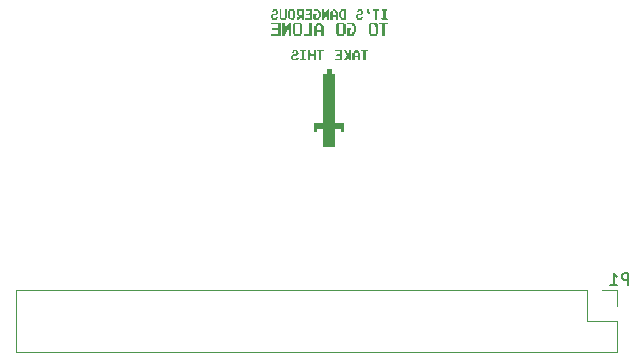
<source format=gbo>
G04 #@! TF.GenerationSoftware,KiCad,Pcbnew,(6.0.4)*
G04 #@! TF.CreationDate,2022-04-28T11:38:27-07:00*
G04 #@! TF.ProjectId,Lec18-PCB_kicad,4c656331-382d-4504-9342-5f6b69636164,rev?*
G04 #@! TF.SameCoordinates,Original*
G04 #@! TF.FileFunction,Legend,Bot*
G04 #@! TF.FilePolarity,Positive*
%FSLAX46Y46*%
G04 Gerber Fmt 4.6, Leading zero omitted, Abs format (unit mm)*
G04 Created by KiCad (PCBNEW (6.0.4)) date 2022-04-28 11:38:27*
%MOMM*%
%LPD*%
G01*
G04 APERTURE LIST*
%ADD10C,0.150000*%
%ADD11C,0.120000*%
G04 APERTURE END LIST*
D10*
X149430095Y-91524380D02*
X149430095Y-90524380D01*
X149049142Y-90524380D01*
X148953904Y-90572000D01*
X148906285Y-90619619D01*
X148858666Y-90714857D01*
X148858666Y-90857714D01*
X148906285Y-90952952D01*
X148953904Y-91000571D01*
X149049142Y-91048190D01*
X149430095Y-91048190D01*
X147906285Y-91524380D02*
X148477714Y-91524380D01*
X148192000Y-91524380D02*
X148192000Y-90524380D01*
X148287238Y-90667238D01*
X148382476Y-90762476D01*
X148477714Y-90810095D01*
D11*
X97590000Y-97150000D02*
X97590000Y-91950000D01*
X148510000Y-97150000D02*
X97590000Y-97150000D01*
X148510000Y-94550000D02*
X145910000Y-94550000D01*
X148510000Y-97150000D02*
X148510000Y-94550000D01*
X148510000Y-93280000D02*
X148510000Y-91950000D01*
X145910000Y-91950000D02*
X97590000Y-91950000D01*
X145910000Y-94550000D02*
X145910000Y-91950000D01*
X148510000Y-91950000D02*
X147180000Y-91950000D01*
G36*
X127361059Y-71647259D02*
G01*
X127356642Y-71694902D01*
X127333486Y-71715267D01*
X127277032Y-71719282D01*
X127193006Y-71719282D01*
X127193006Y-72487523D01*
X127000945Y-72487523D01*
X127000945Y-71719282D01*
X126904915Y-71719282D01*
X126884295Y-71719168D01*
X126833227Y-71713970D01*
X126812677Y-71693440D01*
X126808885Y-71647259D01*
X126808885Y-71575236D01*
X127361059Y-71575236D01*
X127361059Y-71647259D01*
G37*
G36*
X128819132Y-68166206D02*
G01*
X128921280Y-68167331D01*
X128986326Y-68171082D01*
X129022543Y-68178916D01*
X129038206Y-68192288D01*
X129041588Y-68212656D01*
X129040930Y-68222902D01*
X129020486Y-68253161D01*
X128963563Y-68266673D01*
X128885539Y-68274196D01*
X128878840Y-68592297D01*
X128872141Y-68910397D01*
X128956865Y-68910397D01*
X129007362Y-68913291D01*
X129035380Y-68929948D01*
X129041588Y-68970416D01*
X129041588Y-69030435D01*
X128777505Y-69030435D01*
X128687877Y-69030307D01*
X128602784Y-69028794D01*
X128551151Y-69024047D01*
X128524618Y-69014213D01*
X128514828Y-68997436D01*
X128513422Y-68971865D01*
X128518141Y-68936847D01*
X128543594Y-68915313D01*
X128603450Y-68905844D01*
X128693478Y-68898393D01*
X128693478Y-68274196D01*
X128603450Y-68266745D01*
X128565390Y-68262101D01*
X128524475Y-68245507D01*
X128513422Y-68212728D01*
X128513673Y-68205317D01*
X128520073Y-68187330D01*
X128541380Y-68175880D01*
X128585871Y-68169509D01*
X128661821Y-68166756D01*
X128777505Y-68166162D01*
X128819132Y-68166206D01*
G37*
G36*
X120062760Y-68910397D02*
G01*
X120350851Y-68910397D01*
X120350851Y-68166162D01*
X120518904Y-68166162D01*
X120518904Y-68538280D01*
X120518843Y-68617064D01*
X120518038Y-68735937D01*
X120515565Y-68817458D01*
X120510520Y-68868646D01*
X120501995Y-68896520D01*
X120489087Y-68908097D01*
X120470889Y-68910397D01*
X120434127Y-68923351D01*
X120422873Y-68970416D01*
X120422863Y-68975711D01*
X120420243Y-69002255D01*
X120406567Y-69018434D01*
X120372596Y-69026812D01*
X120309088Y-69029957D01*
X120206805Y-69030435D01*
X120114422Y-69029903D01*
X120046542Y-69026749D01*
X120009420Y-69018833D01*
X119993878Y-69004019D01*
X119990737Y-68980172D01*
X119983365Y-68949528D01*
X119942722Y-68917353D01*
X119934621Y-68914915D01*
X119918605Y-68904876D01*
X119907557Y-68883278D01*
X119900560Y-68842830D01*
X119896697Y-68776242D01*
X119895052Y-68676222D01*
X119894707Y-68535480D01*
X119894707Y-68166162D01*
X120062760Y-68166162D01*
X120062760Y-68910397D01*
G37*
G36*
X119562533Y-68166271D02*
G01*
X119638847Y-68168490D01*
X119680964Y-68175726D01*
X119698894Y-68190773D01*
X119702647Y-68216425D01*
X119710019Y-68247069D01*
X119750662Y-68279244D01*
X119753128Y-68279916D01*
X119781659Y-68297033D01*
X119795229Y-68335714D01*
X119798677Y-68409038D01*
X119798529Y-68432282D01*
X119794059Y-68492432D01*
X119779728Y-68519798D01*
X119750662Y-68526276D01*
X119713900Y-68539230D01*
X119702647Y-68586295D01*
X119701985Y-68607375D01*
X119693758Y-68629468D01*
X119667859Y-68641074D01*
X119614174Y-68645566D01*
X119522590Y-68646314D01*
X119342533Y-68646314D01*
X119342533Y-68910397D01*
X119486579Y-68910397D01*
X119491627Y-68910396D01*
X119569350Y-68908952D01*
X119610908Y-68901600D01*
X119627574Y-68883641D01*
X119630624Y-68850378D01*
X119634564Y-68815022D01*
X119657827Y-68794843D01*
X119714650Y-68790359D01*
X119764148Y-68793173D01*
X119792399Y-68809790D01*
X119798677Y-68850378D01*
X119788313Y-68896330D01*
X119750662Y-68910397D01*
X119713900Y-68923351D01*
X119702647Y-68970416D01*
X119702636Y-68975711D01*
X119700016Y-69002255D01*
X119686341Y-69018434D01*
X119652369Y-69026812D01*
X119588861Y-69029957D01*
X119486579Y-69030435D01*
X119467517Y-69030432D01*
X119371956Y-69029704D01*
X119313714Y-69025905D01*
X119283552Y-69016469D01*
X119272231Y-68998828D01*
X119270511Y-68970416D01*
X119260147Y-68924464D01*
X119222495Y-68910397D01*
X119212976Y-68910035D01*
X119188341Y-68899121D01*
X119177133Y-68864128D01*
X119174480Y-68793159D01*
X119174491Y-68787134D01*
X119178446Y-68716437D01*
X119192834Y-68679541D01*
X119222495Y-68663365D01*
X119254455Y-68644279D01*
X119270511Y-68588542D01*
X119271239Y-68564838D01*
X119279660Y-68542772D01*
X119305841Y-68531299D01*
X119359867Y-68526954D01*
X119451822Y-68526276D01*
X119633133Y-68526276D01*
X119625877Y-68400236D01*
X119618620Y-68274196D01*
X119534594Y-68274196D01*
X119484982Y-68277202D01*
X119454412Y-68295396D01*
X119442971Y-68340217D01*
X119435161Y-68377743D01*
X119409906Y-68401053D01*
X119352942Y-68406238D01*
X119305753Y-68403607D01*
X119276954Y-68387089D01*
X119270511Y-68346219D01*
X119277559Y-68307070D01*
X119306522Y-68286200D01*
X119330011Y-68274453D01*
X119342533Y-68226181D01*
X119343195Y-68205101D01*
X119351422Y-68183008D01*
X119377321Y-68171402D01*
X119431006Y-68166910D01*
X119522590Y-68166162D01*
X119562533Y-68166271D01*
G37*
G36*
X123639887Y-71647259D02*
G01*
X123639735Y-71662724D01*
X123632805Y-71701025D01*
X123605432Y-71716437D01*
X123543856Y-71719282D01*
X123447826Y-71719282D01*
X123447826Y-72487523D01*
X123279773Y-72487523D01*
X123279773Y-71719282D01*
X123183743Y-71719282D01*
X123163122Y-71719168D01*
X123112055Y-71713970D01*
X123091505Y-71693440D01*
X123087713Y-71647259D01*
X123087713Y-71575236D01*
X123639887Y-71575236D01*
X123639887Y-71647259D01*
G37*
G36*
X121407184Y-71647259D02*
G01*
X121407679Y-71665851D01*
X121420053Y-71707963D01*
X121455199Y-71719282D01*
X121464718Y-71719643D01*
X121489353Y-71730557D01*
X121500561Y-71765550D01*
X121503214Y-71836519D01*
X121503203Y-71842544D01*
X121499248Y-71913241D01*
X121484860Y-71950138D01*
X121455199Y-71966313D01*
X121423239Y-71985399D01*
X121407184Y-72041136D01*
X121406001Y-72068622D01*
X121396003Y-72088605D01*
X121367391Y-72098944D01*
X121310364Y-72102817D01*
X121215123Y-72103403D01*
X121023063Y-72103403D01*
X121023063Y-72367486D01*
X121167108Y-72367486D01*
X121172157Y-72367484D01*
X121249880Y-72366041D01*
X121291437Y-72358689D01*
X121308103Y-72340730D01*
X121311153Y-72307467D01*
X121311188Y-72302240D01*
X121317814Y-72266176D01*
X121345313Y-72250724D01*
X121407184Y-72247448D01*
X121415546Y-72247469D01*
X121473249Y-72251611D01*
X121497972Y-72268798D01*
X121503214Y-72307467D01*
X121492850Y-72353419D01*
X121455199Y-72367486D01*
X121418437Y-72380440D01*
X121407184Y-72427505D01*
X121407126Y-72437657D01*
X121403590Y-72461920D01*
X121388014Y-72476672D01*
X121351405Y-72484278D01*
X121284769Y-72487107D01*
X121179112Y-72487523D01*
X121140533Y-72487508D01*
X121048332Y-72486578D01*
X120992276Y-72482479D01*
X120963371Y-72472845D01*
X120952624Y-72455309D01*
X120951040Y-72427505D01*
X120940676Y-72381552D01*
X120903025Y-72367486D01*
X120886180Y-72366077D01*
X120866104Y-72351502D01*
X120857094Y-72311751D01*
X120855010Y-72235444D01*
X120855522Y-72189120D01*
X120860822Y-72133913D01*
X120875277Y-72109134D01*
X120903025Y-72103403D01*
X120939786Y-72090448D01*
X120951040Y-72043384D01*
X120951702Y-72022303D01*
X120959929Y-72000210D01*
X120985828Y-71988604D01*
X121039512Y-71984113D01*
X121131097Y-71983365D01*
X121311153Y-71983365D01*
X121311153Y-71719282D01*
X121215123Y-71719282D01*
X121206760Y-71719303D01*
X121149057Y-71723444D01*
X121124334Y-71740631D01*
X121119093Y-71779300D01*
X121115153Y-71814656D01*
X121091890Y-71834835D01*
X121035066Y-71839319D01*
X120987574Y-71836764D01*
X120957850Y-71820902D01*
X120951040Y-71782100D01*
X120958720Y-71744441D01*
X120999055Y-71712325D01*
X121031014Y-71693240D01*
X121047070Y-71637503D01*
X121047753Y-71614282D01*
X121055994Y-71591950D01*
X121081890Y-71580331D01*
X121135561Y-71575927D01*
X121227127Y-71575236D01*
X121407184Y-71575236D01*
X121407184Y-71647259D01*
G37*
G36*
X128238412Y-70093212D02*
G01*
X128234148Y-70165640D01*
X128227527Y-70210679D01*
X128217529Y-70235232D01*
X128203133Y-70246201D01*
X128183318Y-70250488D01*
X128172010Y-70252550D01*
X128138325Y-70274847D01*
X128129301Y-70328513D01*
X128129301Y-70398866D01*
X127553119Y-70398866D01*
X127553119Y-70328513D01*
X127552769Y-70313736D01*
X127539323Y-70267954D01*
X127509078Y-70254820D01*
X127673157Y-70254820D01*
X127841963Y-70254820D01*
X127922807Y-70252672D01*
X127993744Y-70242600D01*
X128022672Y-70223803D01*
X128024783Y-70211425D01*
X128027797Y-70156032D01*
X128029404Y-70066538D01*
X128029485Y-69952051D01*
X128027921Y-69821676D01*
X128021267Y-69450567D01*
X127847212Y-69443513D01*
X127673157Y-69436460D01*
X127673157Y-70254820D01*
X127509078Y-70254820D01*
X127499102Y-70250488D01*
X127479497Y-70246280D01*
X127465040Y-70235436D01*
X127454994Y-70211093D01*
X127448338Y-70166350D01*
X127444051Y-70094303D01*
X127441113Y-69988050D01*
X127438503Y-69840690D01*
X127431920Y-69438563D01*
X127492520Y-69438563D01*
X127519224Y-69436811D01*
X127546693Y-69417980D01*
X127553119Y-69366541D01*
X127553119Y-69294518D01*
X128129301Y-69294518D01*
X128129301Y-69366541D01*
X128130775Y-69398279D01*
X128146619Y-69430926D01*
X128189900Y-69438563D01*
X128250499Y-69438563D01*
X128243917Y-69840690D01*
X128241948Y-69952051D01*
X128241339Y-69986494D01*
X128238412Y-70093212D01*
G37*
G36*
X122516562Y-71773299D02*
G01*
X122523535Y-71971361D01*
X122811626Y-71971361D01*
X122818599Y-71773299D01*
X122825571Y-71575236D01*
X122991683Y-71575236D01*
X122991683Y-72487523D01*
X122825649Y-72487523D01*
X122818638Y-72301465D01*
X122811626Y-72115406D01*
X122661579Y-72108259D01*
X122511531Y-72101111D01*
X122511531Y-72487523D01*
X122343478Y-72487523D01*
X122343478Y-71575236D01*
X122509589Y-71575236D01*
X122516562Y-71773299D01*
G37*
G36*
X123018257Y-68166178D02*
G01*
X123110459Y-68167108D01*
X123166515Y-68171207D01*
X123195419Y-68180841D01*
X123206167Y-68198377D01*
X123207751Y-68226181D01*
X123218114Y-68272133D01*
X123255766Y-68286200D01*
X123292527Y-68299155D01*
X123303781Y-68346219D01*
X123314144Y-68392171D01*
X123351796Y-68406238D01*
X123359394Y-68406448D01*
X123381149Y-68413795D01*
X123393326Y-68439071D01*
X123398642Y-68492297D01*
X123399811Y-68583495D01*
X123399797Y-68596425D01*
X123397976Y-68683859D01*
X123391182Y-68735315D01*
X123376695Y-68761547D01*
X123351796Y-68773308D01*
X123319837Y-68792393D01*
X123303781Y-68848130D01*
X123303777Y-68849544D01*
X123292917Y-68896911D01*
X123255766Y-68910397D01*
X123218652Y-68923801D01*
X123207751Y-68971317D01*
X123207751Y-69032236D01*
X122985681Y-69025334D01*
X122763611Y-69018431D01*
X122763611Y-68538280D01*
X122895652Y-68538280D01*
X122947671Y-68538942D01*
X123000802Y-68544916D01*
X123025921Y-68561110D01*
X123035366Y-68592297D01*
X123035452Y-68592914D01*
X123030621Y-68634839D01*
X122993352Y-68646314D01*
X122974544Y-68647883D01*
X122954513Y-68662547D01*
X122945659Y-68702213D01*
X122943667Y-68778355D01*
X122943667Y-68910397D01*
X123039698Y-68910397D01*
X123048061Y-68910375D01*
X123105763Y-68906234D01*
X123130486Y-68889047D01*
X123135728Y-68850378D01*
X123142776Y-68811229D01*
X123171739Y-68790359D01*
X123187690Y-68784245D01*
X123199900Y-68755983D01*
X123206054Y-68696843D01*
X123207751Y-68598299D01*
X123206868Y-68523831D01*
X123201868Y-68453131D01*
X123191171Y-68416618D01*
X123173334Y-68406238D01*
X123148029Y-68389595D01*
X123131321Y-68340217D01*
X123127411Y-68314050D01*
X123115691Y-68290957D01*
X123087068Y-68278054D01*
X123031181Y-68271432D01*
X122937666Y-68267185D01*
X122906844Y-68265950D01*
X122824365Y-68260720D01*
X122777472Y-68252058D01*
X122756455Y-68237147D01*
X122751607Y-68213168D01*
X122754532Y-68192937D01*
X122769906Y-68178476D01*
X122806632Y-68170414D01*
X122873595Y-68166920D01*
X122979679Y-68166162D01*
X123018257Y-68166178D01*
G37*
G36*
X125968620Y-72487523D02*
G01*
X125803076Y-72487523D01*
X125795820Y-72361484D01*
X125793843Y-72331400D01*
X125785457Y-72270486D01*
X125769360Y-72242303D01*
X125740548Y-72235444D01*
X125702422Y-72249974D01*
X125684937Y-72301465D01*
X125671098Y-72346334D01*
X125642923Y-72367486D01*
X125620497Y-72379996D01*
X125608507Y-72427505D01*
X125608504Y-72429608D01*
X125605040Y-72461993D01*
X125587394Y-72479308D01*
X125544293Y-72486253D01*
X125464461Y-72487523D01*
X125459412Y-72487522D01*
X125381690Y-72486079D01*
X125340132Y-72478727D01*
X125323466Y-72460768D01*
X125320416Y-72427505D01*
X125330779Y-72381552D01*
X125368431Y-72367486D01*
X125405193Y-72354531D01*
X125416446Y-72307467D01*
X125426810Y-72261515D01*
X125464461Y-72247448D01*
X125476856Y-72246705D01*
X125504931Y-72228144D01*
X125512477Y-72175425D01*
X125512972Y-72156833D01*
X125525346Y-72114721D01*
X125560492Y-72103403D01*
X125561582Y-72103397D01*
X125598107Y-72089315D01*
X125608507Y-72041136D01*
X125600234Y-71997528D01*
X125560492Y-71966313D01*
X125530575Y-71949338D01*
X125512477Y-71896538D01*
X125502744Y-71854136D01*
X125464461Y-71839319D01*
X125427700Y-71826365D01*
X125416446Y-71779300D01*
X125406083Y-71733348D01*
X125368431Y-71719282D01*
X125354681Y-71718347D01*
X125327635Y-71699174D01*
X125320416Y-71645810D01*
X125320492Y-71632653D01*
X125326330Y-71591955D01*
X125351612Y-71577783D01*
X125410444Y-71579789D01*
X125464786Y-71587687D01*
X125496315Y-71608688D01*
X125508069Y-71653261D01*
X125523587Y-71702222D01*
X125562086Y-71719282D01*
X125596954Y-71731920D01*
X125608507Y-71779300D01*
X125615681Y-71818410D01*
X125642923Y-71839319D01*
X125668229Y-71855963D01*
X125684937Y-71905340D01*
X125701271Y-71955466D01*
X125740548Y-71971361D01*
X125753513Y-71970516D01*
X125772675Y-71960064D01*
X125784312Y-71930028D01*
X125791055Y-71870931D01*
X125795536Y-71773299D01*
X125802509Y-71575236D01*
X125968620Y-71575236D01*
X125968620Y-72487523D01*
G37*
G36*
X122607562Y-70398866D02*
G01*
X121935350Y-70398866D01*
X121935350Y-70254820D01*
X122391494Y-70254820D01*
X122391494Y-69294518D01*
X122607562Y-69294518D01*
X122607562Y-70398866D01*
G37*
G36*
X121701734Y-70275370D02*
G01*
X121695274Y-70326843D01*
X121695274Y-70398866D01*
X121119093Y-70398866D01*
X121119093Y-70328513D01*
X121118742Y-70313736D01*
X121105296Y-70267954D01*
X121075052Y-70254820D01*
X121239131Y-70254820D01*
X121599244Y-70254820D01*
X121599244Y-69438563D01*
X121239131Y-69438563D01*
X121239131Y-70254820D01*
X121075052Y-70254820D01*
X121065076Y-70250488D01*
X121045659Y-70246480D01*
X121031209Y-70236108D01*
X121021473Y-70212508D01*
X121015520Y-70168725D01*
X121012421Y-70097799D01*
X121011244Y-69992774D01*
X121011059Y-69846692D01*
X121011229Y-69704279D01*
X121012364Y-69598147D01*
X121015393Y-69526320D01*
X121021249Y-69481839D01*
X121030860Y-69457746D01*
X121045159Y-69447084D01*
X121065076Y-69442895D01*
X121076383Y-69440833D01*
X121110068Y-69418536D01*
X121119093Y-69364871D01*
X121119093Y-69294518D01*
X121695274Y-69294518D01*
X121695274Y-69366541D01*
X121696708Y-69397860D01*
X121712399Y-69430812D01*
X121755293Y-69438563D01*
X121815312Y-69438563D01*
X121815312Y-70254820D01*
X121755293Y-70254820D01*
X121729193Y-70256540D01*
X121701734Y-70275370D01*
G37*
G36*
X126712855Y-72487523D02*
G01*
X126547311Y-72487523D01*
X126540054Y-72361484D01*
X126532798Y-72235444D01*
X126394754Y-72228244D01*
X126256711Y-72221044D01*
X126256711Y-72487523D01*
X126064650Y-72487523D01*
X126064650Y-72163421D01*
X126064651Y-72157095D01*
X126064827Y-72103403D01*
X126256711Y-72103403D01*
X126544802Y-72103403D01*
X126544802Y-71971361D01*
X126544290Y-71925037D01*
X126538989Y-71869830D01*
X126524534Y-71845051D01*
X126496787Y-71839319D01*
X126460025Y-71826365D01*
X126448771Y-71779300D01*
X126438408Y-71733348D01*
X126400756Y-71719282D01*
X126363995Y-71732236D01*
X126352741Y-71779300D01*
X126342378Y-71825253D01*
X126304726Y-71839319D01*
X126287881Y-71840728D01*
X126267806Y-71855303D01*
X126258795Y-71895054D01*
X126256711Y-71971361D01*
X126256711Y-72103403D01*
X126064827Y-72103403D01*
X126065071Y-72028698D01*
X126067041Y-71940491D01*
X126071672Y-71884961D01*
X126080078Y-71854597D01*
X126093372Y-71841887D01*
X126112666Y-71839319D01*
X126149427Y-71826365D01*
X126160681Y-71779300D01*
X126171044Y-71733348D01*
X126208696Y-71719282D01*
X126221090Y-71718539D01*
X126249165Y-71699977D01*
X126256711Y-71647259D01*
X126256711Y-71646157D01*
X126259064Y-71605460D01*
X126273976Y-71584371D01*
X126313266Y-71576446D01*
X126388753Y-71575236D01*
X126457151Y-71576286D01*
X126500357Y-71583309D01*
X126517647Y-71601864D01*
X126520794Y-71637503D01*
X126529067Y-71681111D01*
X126568809Y-71712325D01*
X126598726Y-71729301D01*
X126616824Y-71782100D01*
X126626556Y-71824502D01*
X126664839Y-71839319D01*
X126665777Y-71839322D01*
X126684798Y-71842161D01*
X126697866Y-71855456D01*
X126706093Y-71886718D01*
X126710591Y-71943458D01*
X126712474Y-72033189D01*
X126712679Y-72103403D01*
X126712855Y-72163421D01*
X126712855Y-72487523D01*
G37*
G36*
X125224386Y-72487523D02*
G01*
X124576182Y-72487523D01*
X124576182Y-72367486D01*
X125056333Y-72367486D01*
X125056333Y-72103403D01*
X124864272Y-72103403D01*
X124785193Y-72103048D01*
X124721073Y-72099981D01*
X124687399Y-72091189D01*
X124674376Y-72073663D01*
X124672212Y-72044393D01*
X124673055Y-72023419D01*
X124682127Y-72001697D01*
X124709398Y-71989299D01*
X124764801Y-71982699D01*
X124858270Y-71978373D01*
X125044329Y-71971361D01*
X125051586Y-71845321D01*
X125058842Y-71719282D01*
X124576182Y-71719282D01*
X124576182Y-71575236D01*
X125224386Y-71575236D01*
X125224386Y-72487523D01*
G37*
G36*
X122151418Y-71647259D02*
G01*
X122151266Y-71662724D01*
X122144336Y-71701025D01*
X122116963Y-71716437D01*
X122055388Y-71719282D01*
X121959357Y-71719282D01*
X121959357Y-72367486D01*
X122055388Y-72367486D01*
X122063751Y-72367507D01*
X122121453Y-72371648D01*
X122146176Y-72388835D01*
X122151418Y-72427505D01*
X122151418Y-72487523D01*
X121599244Y-72487523D01*
X121599244Y-72427505D01*
X121599278Y-72422278D01*
X121605904Y-72386214D01*
X121633404Y-72370762D01*
X121695274Y-72367486D01*
X121791304Y-72367486D01*
X121791304Y-71719282D01*
X121695274Y-71719282D01*
X121674654Y-71719168D01*
X121623586Y-71713970D01*
X121603036Y-71693440D01*
X121599244Y-71647259D01*
X121599244Y-71575236D01*
X122151418Y-71575236D01*
X122151418Y-71647259D01*
G37*
G36*
X124840265Y-69030435D02*
G01*
X124650714Y-69030435D01*
X124643457Y-68904395D01*
X124636201Y-68778355D01*
X124510161Y-68771099D01*
X124384121Y-68763842D01*
X124384121Y-69030435D01*
X124192061Y-69030435D01*
X124192061Y-68718336D01*
X124192194Y-68670321D01*
X124384121Y-68670321D01*
X124648204Y-68670321D01*
X124648204Y-68538280D01*
X124645582Y-68465756D01*
X124634832Y-68419767D01*
X124613788Y-68406238D01*
X124588482Y-68389595D01*
X124571774Y-68340217D01*
X124555440Y-68290092D01*
X124516163Y-68274196D01*
X124478036Y-68288726D01*
X124460551Y-68340217D01*
X124446712Y-68385086D01*
X124418538Y-68406238D01*
X124399635Y-68416300D01*
X124387648Y-68457543D01*
X124384121Y-68538280D01*
X124384121Y-68670321D01*
X124192194Y-68670321D01*
X124192389Y-68599946D01*
X124194216Y-68509806D01*
X124198721Y-68453018D01*
X124207081Y-68421928D01*
X124220474Y-68408885D01*
X124240076Y-68406238D01*
X124276837Y-68393284D01*
X124288091Y-68346219D01*
X124298454Y-68300267D01*
X124336106Y-68286200D01*
X124372868Y-68273246D01*
X124384121Y-68226181D01*
X124386284Y-68196207D01*
X124401164Y-68175955D01*
X124440540Y-68167720D01*
X124516163Y-68166162D01*
X124582107Y-68167146D01*
X124626661Y-68173909D01*
X124644777Y-68191807D01*
X124648204Y-68226181D01*
X124658568Y-68272133D01*
X124696219Y-68286200D01*
X124732981Y-68299155D01*
X124744235Y-68346219D01*
X124754598Y-68392171D01*
X124792250Y-68406238D01*
X124810464Y-68408370D01*
X124824331Y-68420248D01*
X124833068Y-68449532D01*
X124837851Y-68503873D01*
X124839858Y-68590924D01*
X124840112Y-68670321D01*
X124840265Y-68718336D01*
X124840265Y-69030435D01*
G37*
G36*
X123663894Y-68346219D02*
G01*
X123663970Y-68378631D01*
X123666043Y-68458151D01*
X123672956Y-68502632D01*
X123687360Y-68522023D01*
X123711909Y-68526276D01*
X123747491Y-68514678D01*
X123759925Y-68469057D01*
X123767604Y-68431397D01*
X123807940Y-68399282D01*
X123835371Y-68384391D01*
X123855955Y-68336463D01*
X123862692Y-68306427D01*
X123891966Y-68286200D01*
X123915456Y-68274453D01*
X123927977Y-68226181D01*
X123928012Y-68220955D01*
X123934638Y-68184890D01*
X123962137Y-68169438D01*
X124024008Y-68166162D01*
X124120038Y-68166162D01*
X124120038Y-69030435D01*
X123927977Y-69030435D01*
X123927977Y-68836614D01*
X123927878Y-68799377D01*
X123925801Y-68717224D01*
X123919477Y-68671064D01*
X123906875Y-68651916D01*
X123885964Y-68650800D01*
X123859704Y-68665522D01*
X123836600Y-68710132D01*
X123823450Y-68742438D01*
X123782583Y-68773660D01*
X123752298Y-68791942D01*
X123735917Y-68848130D01*
X123728795Y-68889408D01*
X123699906Y-68910397D01*
X123676416Y-68922144D01*
X123663894Y-68970416D01*
X123663860Y-68975643D01*
X123657234Y-69011707D01*
X123629735Y-69027159D01*
X123567864Y-69030435D01*
X123471834Y-69030435D01*
X123471834Y-68166162D01*
X123663894Y-68166162D01*
X123663894Y-68346219D01*
G37*
G36*
X121143100Y-68971317D02*
G01*
X121143100Y-69032236D01*
X120921030Y-69025334D01*
X120820201Y-69021539D01*
X120752981Y-69015943D01*
X120715359Y-69006219D01*
X120697930Y-68989874D01*
X120691289Y-68964414D01*
X120679028Y-68930833D01*
X120649276Y-68910397D01*
X120781593Y-68910397D01*
X121072471Y-68910397D01*
X121065773Y-68592297D01*
X121059074Y-68274196D01*
X120794991Y-68274196D01*
X120788292Y-68592297D01*
X120781593Y-68910397D01*
X120649276Y-68910397D01*
X120635274Y-68902850D01*
X120625244Y-68874722D01*
X120619014Y-68819154D01*
X120615828Y-68729296D01*
X120614934Y-68598299D01*
X120614946Y-68578458D01*
X120615987Y-68454306D01*
X120619287Y-68370106D01*
X120625668Y-68318757D01*
X120635947Y-68293156D01*
X120650945Y-68286200D01*
X120674435Y-68274453D01*
X120686957Y-68226181D01*
X120687014Y-68216029D01*
X120690550Y-68191766D01*
X120706126Y-68177014D01*
X120742735Y-68169407D01*
X120809371Y-68166579D01*
X120915028Y-68166162D01*
X120953607Y-68166178D01*
X121045808Y-68167108D01*
X121101864Y-68171207D01*
X121130769Y-68180841D01*
X121141517Y-68198377D01*
X121143100Y-68226181D01*
X121153464Y-68272133D01*
X121191115Y-68286200D01*
X121209329Y-68288333D01*
X121223197Y-68300210D01*
X121231934Y-68329494D01*
X121236717Y-68383835D01*
X121238723Y-68470886D01*
X121239131Y-68598299D01*
X121238803Y-68716689D01*
X121236975Y-68806828D01*
X121232470Y-68863617D01*
X121224110Y-68894707D01*
X121210717Y-68907750D01*
X121191115Y-68910397D01*
X121154002Y-68923801D01*
X121143100Y-68971317D01*
G37*
G36*
X120326843Y-69536263D02*
G01*
X120326879Y-69583955D01*
X120327925Y-69676922D01*
X120331897Y-69733599D01*
X120340745Y-69762430D01*
X120356416Y-69771861D01*
X120380860Y-69770337D01*
X120393912Y-69767759D01*
X120428049Y-69742957D01*
X120442400Y-69684641D01*
X120447339Y-69650166D01*
X120466457Y-69615185D01*
X120508421Y-69606616D01*
X120542148Y-69602773D01*
X120562354Y-69579493D01*
X120566919Y-69522590D01*
X120568488Y-69484656D01*
X120581841Y-69447963D01*
X120614934Y-69438563D01*
X120627329Y-69437820D01*
X120655404Y-69419259D01*
X120662949Y-69366541D01*
X120664297Y-69330974D01*
X120676493Y-69305766D01*
X120711927Y-69296091D01*
X120782987Y-69294518D01*
X120903025Y-69294518D01*
X120903025Y-70398866D01*
X120662949Y-70398866D01*
X120662949Y-69918714D01*
X120602930Y-69918714D01*
X120567575Y-69922655D01*
X120547396Y-69945917D01*
X120542911Y-70002741D01*
X120540097Y-70052239D01*
X120523481Y-70080489D01*
X120482892Y-70086767D01*
X120447537Y-70090708D01*
X120427358Y-70113970D01*
X120422873Y-70170794D01*
X120421304Y-70208727D01*
X120407951Y-70245421D01*
X120374858Y-70254820D01*
X120362464Y-70255563D01*
X120334389Y-70274125D01*
X120326843Y-70326843D01*
X120325495Y-70362410D01*
X120313300Y-70387617D01*
X120277865Y-70397292D01*
X120206805Y-70398866D01*
X120086768Y-70398866D01*
X120086768Y-69294518D01*
X120326843Y-69294518D01*
X120326843Y-69536263D01*
G37*
G36*
X129041588Y-69366541D02*
G01*
X129040977Y-69393712D01*
X129031450Y-69424421D01*
X128999986Y-69436475D01*
X128933554Y-69438563D01*
X128825520Y-69438563D01*
X128825520Y-70398866D01*
X128585444Y-70398866D01*
X128585444Y-69438563D01*
X128465407Y-69438563D01*
X128406129Y-69437754D01*
X128364116Y-69430437D01*
X128347991Y-69409176D01*
X128345369Y-69366541D01*
X128345369Y-69294518D01*
X129041588Y-69294518D01*
X129041588Y-69366541D01*
G37*
G36*
X123423819Y-70398866D02*
G01*
X123423819Y-70086767D01*
X123063705Y-70086767D01*
X123063705Y-70398866D01*
X122847637Y-70398866D01*
X122847637Y-69918714D01*
X123063705Y-69918714D01*
X123423819Y-69918714D01*
X123423819Y-69763230D01*
X123422329Y-69679678D01*
X123415361Y-69632599D01*
X123399118Y-69610600D01*
X123369802Y-69602284D01*
X123356750Y-69599706D01*
X123322613Y-69574904D01*
X123308262Y-69516588D01*
X123303322Y-69482113D01*
X123284205Y-69447132D01*
X123242241Y-69438563D01*
X123208514Y-69442406D01*
X123188308Y-69465686D01*
X123183743Y-69522590D01*
X123180929Y-69572087D01*
X123164312Y-69600338D01*
X123123724Y-69606616D01*
X123113922Y-69606706D01*
X123085694Y-69611648D01*
X123070696Y-69632057D01*
X123064758Y-69678780D01*
X123063705Y-69762665D01*
X123063705Y-69918714D01*
X122847637Y-69918714D01*
X122847637Y-69606616D01*
X122907656Y-69606616D01*
X122943012Y-69602676D01*
X122963191Y-69579413D01*
X122967675Y-69522590D01*
X122970489Y-69473092D01*
X122987106Y-69444841D01*
X123027694Y-69438563D01*
X123053794Y-69436843D01*
X123081253Y-69418013D01*
X123087713Y-69366541D01*
X123087713Y-69294518D01*
X123423819Y-69294518D01*
X123423819Y-69366541D01*
X123425252Y-69397860D01*
X123440944Y-69430812D01*
X123483838Y-69438563D01*
X123519193Y-69442503D01*
X123539372Y-69465766D01*
X123543856Y-69522590D01*
X123546671Y-69572087D01*
X123563287Y-69600338D01*
X123603875Y-69606616D01*
X123663894Y-69606616D01*
X123663894Y-70398866D01*
X123423819Y-70398866D01*
G37*
G36*
X126788100Y-68166383D02*
G01*
X126854378Y-68169125D01*
X126889197Y-68177758D01*
X126902671Y-68195653D01*
X126904915Y-68226181D01*
X126911963Y-68265330D01*
X126940926Y-68286200D01*
X126959735Y-68293882D01*
X126973083Y-68330751D01*
X126976938Y-68406238D01*
X126974633Y-68468934D01*
X126963573Y-68513425D01*
X126940926Y-68526276D01*
X126917618Y-68537770D01*
X126904915Y-68585285D01*
X126904072Y-68606260D01*
X126895000Y-68627981D01*
X126867729Y-68640379D01*
X126812326Y-68646979D01*
X126718856Y-68651306D01*
X126532798Y-68658317D01*
X126532798Y-68898393D01*
X126670841Y-68905593D01*
X126673753Y-68905745D01*
X126750130Y-68908436D01*
X126790442Y-68903307D01*
X126806191Y-68885854D01*
X126808885Y-68851576D01*
X126812894Y-68814952D01*
X126836144Y-68794784D01*
X126892911Y-68790359D01*
X126942409Y-68793173D01*
X126970660Y-68809790D01*
X126976938Y-68850378D01*
X126969889Y-68889527D01*
X126940926Y-68910397D01*
X126917437Y-68922144D01*
X126904915Y-68970416D01*
X126904857Y-68980568D01*
X126901321Y-69004831D01*
X126885746Y-69019583D01*
X126849137Y-69027190D01*
X126782501Y-69030018D01*
X126676843Y-69030435D01*
X126638265Y-69030419D01*
X126546063Y-69029489D01*
X126490007Y-69025390D01*
X126461103Y-69015756D01*
X126450355Y-68998220D01*
X126448771Y-68970416D01*
X126438408Y-68924464D01*
X126400756Y-68910397D01*
X126391237Y-68910035D01*
X126366602Y-68899121D01*
X126355394Y-68864128D01*
X126352741Y-68793159D01*
X126352752Y-68787134D01*
X126356707Y-68716437D01*
X126371095Y-68679541D01*
X126400756Y-68663365D01*
X126432716Y-68644279D01*
X126448771Y-68588542D01*
X126449500Y-68564838D01*
X126457921Y-68542772D01*
X126484102Y-68531299D01*
X126538127Y-68526954D01*
X126630083Y-68526276D01*
X126811394Y-68526276D01*
X126804138Y-68400236D01*
X126796881Y-68274196D01*
X126712855Y-68274196D01*
X126663243Y-68277202D01*
X126632673Y-68295396D01*
X126621232Y-68340217D01*
X126613422Y-68377743D01*
X126588167Y-68401053D01*
X126531203Y-68406238D01*
X126486044Y-68403860D01*
X126455756Y-68388093D01*
X126448771Y-68349019D01*
X126456451Y-68311359D01*
X126496787Y-68279244D01*
X126524218Y-68264353D01*
X126544802Y-68216425D01*
X126545192Y-68205275D01*
X126553141Y-68183972D01*
X126579062Y-68172215D01*
X126632964Y-68167210D01*
X126724858Y-68166162D01*
X126788100Y-68166383D01*
G37*
G36*
X122679584Y-69030435D02*
G01*
X122055388Y-69030435D01*
X122055388Y-68971317D01*
X122055409Y-68965661D01*
X122058454Y-68939855D01*
X122073076Y-68923623D01*
X122108380Y-68914257D01*
X122173472Y-68909051D01*
X122277458Y-68905296D01*
X122499528Y-68898393D01*
X122499528Y-68658317D01*
X122311935Y-68651278D01*
X122251133Y-68648763D01*
X122181299Y-68643512D01*
X122144438Y-68634274D01*
X122131110Y-68617906D01*
X122131878Y-68591259D01*
X122133294Y-68582863D01*
X122144303Y-68558432D01*
X122172059Y-68543263D01*
X122226977Y-68533746D01*
X122319471Y-68526276D01*
X122499528Y-68514272D01*
X122499528Y-68274196D01*
X122277458Y-68267294D01*
X122192599Y-68264176D01*
X122119123Y-68258856D01*
X122077738Y-68250054D01*
X122059481Y-68235587D01*
X122055388Y-68213277D01*
X122057433Y-68196098D01*
X122069264Y-68182245D01*
X122098544Y-68173479D01*
X122152914Y-68168645D01*
X122240014Y-68166591D01*
X122367486Y-68166162D01*
X122679584Y-68166162D01*
X122679584Y-69030435D01*
G37*
G36*
X128129099Y-68166251D02*
G01*
X128228557Y-68167549D01*
X128291813Y-68171479D01*
X128326967Y-68179408D01*
X128342118Y-68192703D01*
X128345369Y-68212728D01*
X128342481Y-68232653D01*
X128316944Y-68255930D01*
X128255340Y-68266745D01*
X128165312Y-68274196D01*
X128158701Y-68652316D01*
X128152089Y-69030435D01*
X127986475Y-69030435D01*
X127979863Y-68652316D01*
X127973252Y-68274196D01*
X127883223Y-68266745D01*
X127845163Y-68262101D01*
X127804248Y-68245507D01*
X127793195Y-68212728D01*
X127793722Y-68202639D01*
X127801415Y-68185864D01*
X127824717Y-68175195D01*
X127871729Y-68169266D01*
X127950550Y-68166711D01*
X128069282Y-68166162D01*
X128129099Y-68166251D01*
G37*
G36*
X124312098Y-73639886D02*
G01*
X124600189Y-73639886D01*
X124600189Y-77793195D01*
X125320416Y-77793195D01*
X125320416Y-78513421D01*
X125106857Y-78513421D01*
X125099601Y-78387382D01*
X125092344Y-78261342D01*
X124612193Y-78261342D01*
X124605867Y-79059593D01*
X124599542Y-79857845D01*
X123567864Y-79857845D01*
X123567864Y-78247600D01*
X123333790Y-78254471D01*
X123099717Y-78261342D01*
X123092460Y-78387382D01*
X123085204Y-78513421D01*
X122847637Y-78513421D01*
X122847637Y-77793195D01*
X123567864Y-77793195D01*
X123567864Y-73639886D01*
X123903970Y-73639886D01*
X123903970Y-73207750D01*
X124312098Y-73207750D01*
X124312098Y-73639886D01*
G37*
G36*
X119990737Y-70398866D02*
G01*
X119174480Y-70398866D01*
X119174480Y-70254820D01*
X119750662Y-70254820D01*
X119750662Y-69918714D01*
X119294518Y-69918714D01*
X119294518Y-69774669D01*
X119750662Y-69774669D01*
X119750662Y-69438563D01*
X119174480Y-69438563D01*
X119174480Y-69294518D01*
X119990737Y-69294518D01*
X119990737Y-70398866D01*
G37*
G36*
X126184688Y-69364871D02*
G01*
X126185039Y-69379647D01*
X126198485Y-69425430D01*
X126238705Y-69442895D01*
X126251757Y-69445474D01*
X126285894Y-69470276D01*
X126300245Y-69528592D01*
X126302285Y-69545678D01*
X126319045Y-69593150D01*
X126354262Y-69606616D01*
X126355147Y-69606619D01*
X126376039Y-69610576D01*
X126389368Y-69627902D01*
X126396813Y-69667257D01*
X126400050Y-69737300D01*
X126400756Y-69846692D01*
X126400756Y-69851261D01*
X126399989Y-69959135D01*
X126396634Y-70027964D01*
X126389012Y-70066405D01*
X126375447Y-70083120D01*
X126354262Y-70086767D01*
X126344017Y-70087425D01*
X126313758Y-70107870D01*
X126300245Y-70164792D01*
X126297929Y-70183614D01*
X126279440Y-70232095D01*
X126238705Y-70250488D01*
X126227398Y-70252550D01*
X126193713Y-70274847D01*
X126184688Y-70328513D01*
X126184688Y-70398866D01*
X125608507Y-70398866D01*
X125608507Y-69774669D01*
X125944613Y-69774669D01*
X125944613Y-69846692D01*
X125943179Y-69878012D01*
X125927488Y-69910963D01*
X125884594Y-69918714D01*
X125868590Y-69919020D01*
X125843728Y-69925558D01*
X125830596Y-69948720D01*
X125825457Y-69998969D01*
X125824575Y-70086767D01*
X125824575Y-70254820D01*
X126064650Y-70254820D01*
X126064650Y-70170794D01*
X126067465Y-70121296D01*
X126084081Y-70093045D01*
X126124669Y-70086767D01*
X126184688Y-70086767D01*
X126184688Y-69606616D01*
X126124669Y-69606616D01*
X126089314Y-69602676D01*
X126069135Y-69579413D01*
X126064650Y-69522590D01*
X126064650Y-69438563D01*
X125608507Y-69438563D01*
X125608507Y-69294518D01*
X126184688Y-69294518D01*
X126184688Y-69364871D01*
G37*
G36*
X121793814Y-69030435D02*
G01*
X121786557Y-68904395D01*
X121784580Y-68874312D01*
X121776194Y-68813397D01*
X121760097Y-68785215D01*
X121731286Y-68778355D01*
X121693159Y-68792885D01*
X121675674Y-68844376D01*
X121661835Y-68889245D01*
X121633661Y-68910397D01*
X121611234Y-68922907D01*
X121599244Y-68970416D01*
X121597081Y-69000390D01*
X121582202Y-69020642D01*
X121542825Y-69028877D01*
X121467202Y-69030435D01*
X121401258Y-69029451D01*
X121356704Y-69022688D01*
X121338588Y-69004790D01*
X121335161Y-68970416D01*
X121342209Y-68931267D01*
X121371172Y-68910397D01*
X121394662Y-68898650D01*
X121407184Y-68850378D01*
X121417547Y-68804426D01*
X121455199Y-68790359D01*
X121467593Y-68789616D01*
X121495668Y-68771055D01*
X121503214Y-68718336D01*
X121498797Y-68670694D01*
X121475641Y-68650329D01*
X121419187Y-68646314D01*
X121335161Y-68646314D01*
X121335161Y-68466257D01*
X121335618Y-68428000D01*
X121506525Y-68428000D01*
X121507936Y-68488400D01*
X121521098Y-68518991D01*
X121550082Y-68532932D01*
X121583463Y-68552697D01*
X121599244Y-68608055D01*
X121603466Y-68646233D01*
X121626974Y-68666038D01*
X121684024Y-68670321D01*
X121732700Y-68667200D01*
X121766279Y-68651379D01*
X121783834Y-68614068D01*
X121789268Y-68546489D01*
X121786482Y-68439867D01*
X121779301Y-68274196D01*
X121515218Y-68274196D01*
X121508069Y-68397136D01*
X121506525Y-68428000D01*
X121335618Y-68428000D01*
X121335986Y-68397137D01*
X121341027Y-68329717D01*
X121352177Y-68295632D01*
X121371172Y-68286200D01*
X121394662Y-68274453D01*
X121407184Y-68226181D01*
X121407184Y-68166162D01*
X121959357Y-68166162D01*
X121959357Y-69030435D01*
X121793814Y-69030435D01*
G37*
G36*
X125374891Y-70275370D02*
G01*
X125368431Y-70326843D01*
X125368431Y-70398866D01*
X124792250Y-70398866D01*
X124792250Y-70328513D01*
X124791899Y-70313736D01*
X124778453Y-70267954D01*
X124748209Y-70254820D01*
X124912287Y-70254820D01*
X125272401Y-70254820D01*
X125272401Y-69438563D01*
X124912287Y-69438563D01*
X124912287Y-70254820D01*
X124748209Y-70254820D01*
X124738233Y-70250488D01*
X124718816Y-70246480D01*
X124704366Y-70236108D01*
X124694630Y-70212508D01*
X124688677Y-70168725D01*
X124685578Y-70097799D01*
X124684401Y-69992774D01*
X124684216Y-69846692D01*
X124684386Y-69704279D01*
X124685521Y-69598147D01*
X124688550Y-69526320D01*
X124694405Y-69481839D01*
X124704017Y-69457746D01*
X124718316Y-69447084D01*
X124738233Y-69442895D01*
X124749540Y-69440833D01*
X124783225Y-69418536D01*
X124792250Y-69364871D01*
X124792250Y-69294518D01*
X125368431Y-69294518D01*
X125368431Y-69366541D01*
X125369864Y-69397860D01*
X125385556Y-69430812D01*
X125428450Y-69438563D01*
X125488469Y-69438563D01*
X125488469Y-70254820D01*
X125428450Y-70254820D01*
X125402350Y-70256540D01*
X125374891Y-70275370D01*
G37*
G36*
X125332420Y-69030435D02*
G01*
X125293841Y-69030419D01*
X125201640Y-69029489D01*
X125145584Y-69025390D01*
X125116679Y-69015756D01*
X125105932Y-68998220D01*
X125104348Y-68970416D01*
X125093985Y-68924464D01*
X125056333Y-68910397D01*
X125055243Y-68910392D01*
X125018717Y-68896309D01*
X125008318Y-68848130D01*
X125000045Y-68804522D01*
X124960303Y-68773308D01*
X124956801Y-68772341D01*
X124933246Y-68759456D01*
X124919789Y-68730856D01*
X124913709Y-68675787D01*
X124912515Y-68598299D01*
X125104348Y-68598299D01*
X125105494Y-68683367D01*
X125110793Y-68748491D01*
X125121882Y-68781313D01*
X125140359Y-68790359D01*
X125163849Y-68802106D01*
X125176371Y-68850378D01*
X125176416Y-68856352D01*
X125183202Y-68891945D01*
X125210942Y-68907176D01*
X125273098Y-68910397D01*
X125369825Y-68910397D01*
X125363126Y-68592297D01*
X125356427Y-68274196D01*
X125272401Y-68274196D01*
X125222789Y-68277202D01*
X125192219Y-68295396D01*
X125180778Y-68340217D01*
X125166939Y-68385086D01*
X125138765Y-68406238D01*
X125125420Y-68411166D01*
X125112751Y-68439065D01*
X125106208Y-68498757D01*
X125104348Y-68598299D01*
X124912515Y-68598299D01*
X124912287Y-68583495D01*
X124912344Y-68555445D01*
X124914335Y-68475134D01*
X124921181Y-68430177D01*
X124935599Y-68410553D01*
X124960303Y-68406238D01*
X124997064Y-68393284D01*
X125008318Y-68346219D01*
X125018681Y-68300267D01*
X125056333Y-68286200D01*
X125093095Y-68273246D01*
X125104348Y-68226181D01*
X125104406Y-68216029D01*
X125107942Y-68191766D01*
X125123517Y-68177014D01*
X125160126Y-68169407D01*
X125226762Y-68166579D01*
X125332420Y-68166162D01*
X125560492Y-68166162D01*
X125560492Y-69030435D01*
X125332420Y-69030435D01*
G37*
G36*
X127433081Y-68286200D02*
G01*
X127433287Y-68313965D01*
X127437933Y-68373093D01*
X127452297Y-68399918D01*
X127481097Y-68406238D01*
X127518418Y-68419919D01*
X127529112Y-68467706D01*
X127529096Y-68471961D01*
X127523440Y-68509594D01*
X127498061Y-68523406D01*
X127439083Y-68521723D01*
X127397713Y-68516436D01*
X127356723Y-68498026D01*
X127341383Y-68460255D01*
X127329122Y-68426674D01*
X127299370Y-68406238D01*
X127283372Y-68399873D01*
X127269249Y-68362899D01*
X127265028Y-68286200D01*
X127265028Y-68166162D01*
X127433081Y-68166162D01*
X127433081Y-68286200D01*
G37*
M02*

</source>
